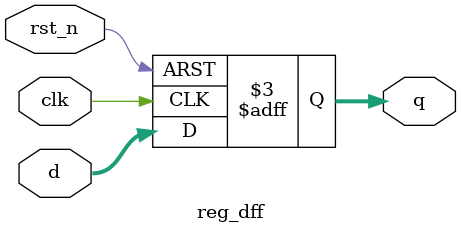
<source format=v>
module reg_dff  #(parameter N = 8)
                (output reg [N-1:0] q,input [N-1:0] d, input clk, rst_n);

    always @(posedge clk, negedge rst_n) begin
        if(~rst_n) 
            q <= 1'b0;
        else
            q <= d;
    end
endmodule
</source>
